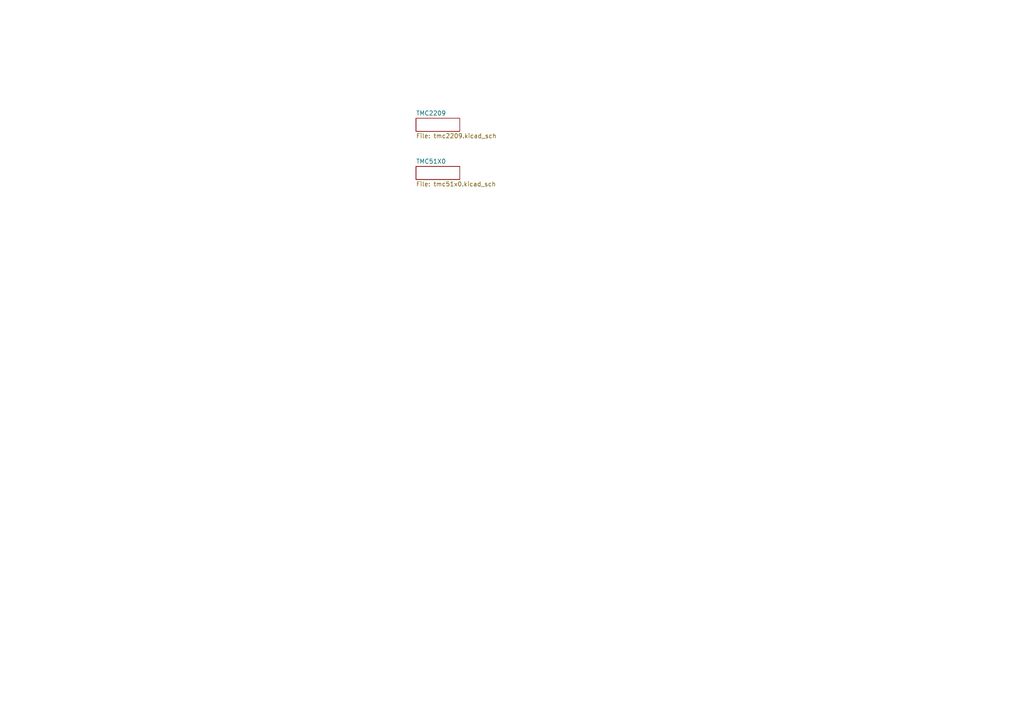
<source format=kicad_sch>
(kicad_sch (version 20230121) (generator eeschema)
  (paper "A4")
  (title_block (title "Trinamic Wiring") (date "2024-01-31") (rev "0.4") (company "Janelia Research Campus"))
  (lib_symbols)
  (sheet (at 120.65 48.26) (size 12.7 3.81) (stroke (width 0.1524))
    (property "Sheetname" "TMC51X0" (at 120.65 47.5484 0) (effects (justify left bottom)))
    (property "Sheetfile" "tmc51x0.kicad_sch" (at 120.65 52.6546 0) (effects (justify left top)))
  )
  (sheet (at 120.65 34.29) (size 12.7 3.81) (stroke (width 0.1524))
    (property "Sheetname" "TMC2209" (at 120.65 33.5784 0) (effects (justify left bottom)))
    (property "Sheetfile" "tmc2209.kicad_sch" (at 120.65 38.6846 0) (effects (justify left top)))
  )
)
</source>
